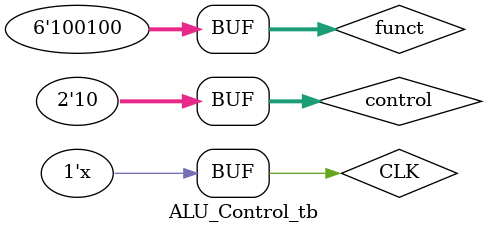
<source format=v>
module ALU_Control(ALU_control, control, funct, CLK);

input [1:0] control; //2 bits coming from the control unit
input [5:0] funct; //6 function bits coming from the instruction
input CLK;

output reg [2:0] ALU_control; //3 bits going to the alu

//add - sw - lw - sll - and - or - beq - J - JAL - JR - addi - ori - slt

parameter ADD = 3'b010;
parameter SUB = 3'b110;
parameter AND = 3'b000;
parameter OR  = 3'b001;
parameter SLT = 3'b111;

always @(posedge CLK)
begin

case (control)
	2'b00: ALU_control <= ADD; //Load or Store
	2'b01: ALU_control <= SUB; //Branch
	2'b10: begin               //Arithmetic -> Check function
		case (funct)
			6'b100000: ALU_control <= ADD;
			6'b100010: ALU_control <= SUB;
			6'b100100: ALU_control <= AND;
			6'b100101: ALU_control <=  OR;
			6'b101010: ALU_control <= SLT;
		endcase
		end
endcase
end

endmodule


module ALU_Control_tb();


reg [1:0]control;
reg [5:0]funct;
reg CLK;

wire [2:0] ALU_control;

ALU_Control a1(ALU_control, control, funct, CLK);

initial
begin
$display("                  Time  | Control | Function | Output");
$monitor($time,"    |   %b    |   %b |   %b", control, funct, ALU_control);

CLK = 0;
#2
control <= 2'b00;
funct <= 6'b110100;

#10
control <= 2'b01;
funct <= 6'b100110;

#10
control <= 2'b10;
funct <= 6'b100100;

end


always
begin
#5
CLK = ~CLK;
end

endmodule

</source>
